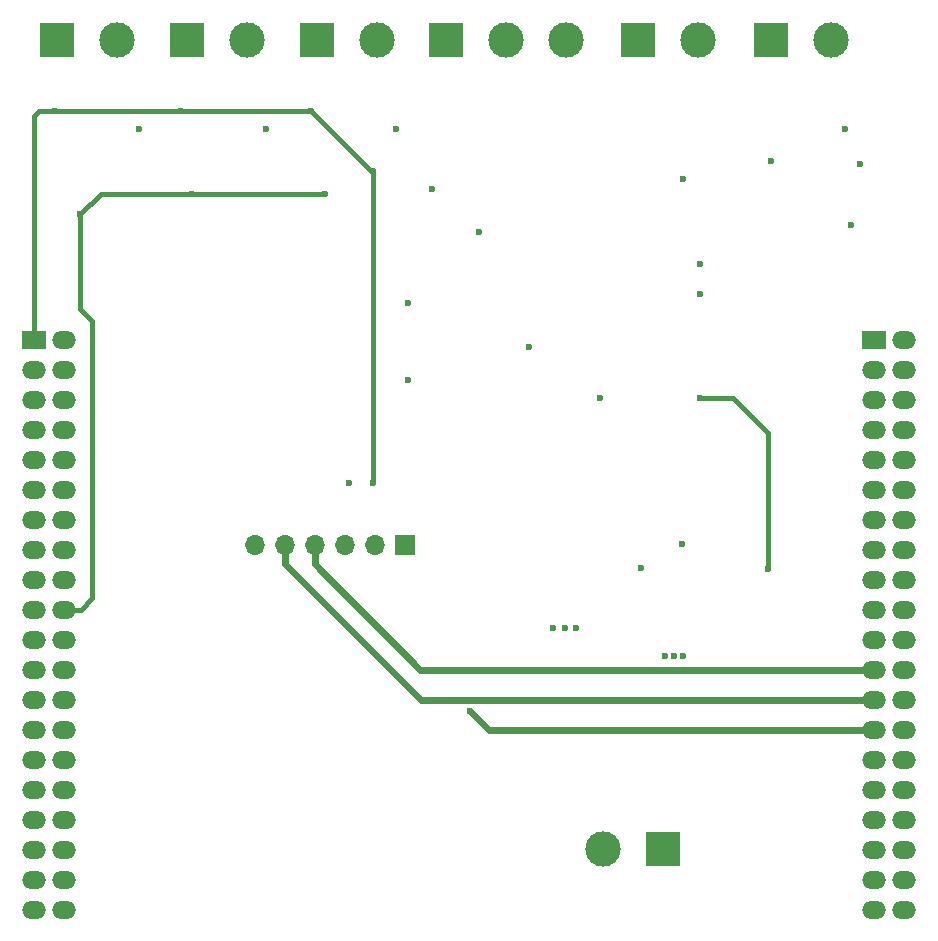
<source format=gbl>
G04 #@! TF.GenerationSoftware,KiCad,Pcbnew,(6.0.1)*
G04 #@! TF.CreationDate,2022-01-24T21:39:17-03:00*
G04 #@! TF.ProjectId,ice-adq,6963652d-6164-4712-9e6b-696361645f70,1.0*
G04 #@! TF.SameCoordinates,Original*
G04 #@! TF.FileFunction,Copper,L4,Bot*
G04 #@! TF.FilePolarity,Positive*
%FSLAX46Y46*%
G04 Gerber Fmt 4.6, Leading zero omitted, Abs format (unit mm)*
G04 Created by KiCad (PCBNEW (6.0.1)) date 2022-01-24 21:39:17*
%MOMM*%
%LPD*%
G01*
G04 APERTURE LIST*
G04 #@! TA.AperFunction,ComponentPad*
%ADD10R,2.000000X1.524000*%
G04 #@! TD*
G04 #@! TA.AperFunction,ComponentPad*
%ADD11O,2.000000X1.524000*%
G04 #@! TD*
G04 #@! TA.AperFunction,ComponentPad*
%ADD12R,3.000000X3.000000*%
G04 #@! TD*
G04 #@! TA.AperFunction,ComponentPad*
%ADD13C,3.000000*%
G04 #@! TD*
G04 #@! TA.AperFunction,ComponentPad*
%ADD14R,1.700000X1.700000*%
G04 #@! TD*
G04 #@! TA.AperFunction,ComponentPad*
%ADD15O,1.700000X1.700000*%
G04 #@! TD*
G04 #@! TA.AperFunction,ViaPad*
%ADD16C,0.600000*%
G04 #@! TD*
G04 #@! TA.AperFunction,Conductor*
%ADD17C,0.600000*%
G04 #@! TD*
G04 #@! TA.AperFunction,Conductor*
%ADD18C,0.381000*%
G04 #@! TD*
G04 APERTURE END LIST*
D10*
X141715001Y-138095001D03*
D11*
X144255001Y-138095001D03*
X141715001Y-150795001D03*
X144255001Y-140635001D03*
X141715001Y-153335001D03*
X144255001Y-143175001D03*
X141715001Y-155875001D03*
X144255001Y-145715001D03*
X141715001Y-158415001D03*
X144255001Y-148255001D03*
X141715001Y-160955001D03*
X144255001Y-150795001D03*
X141715001Y-163495001D03*
X144255001Y-153335001D03*
X141715001Y-166035001D03*
X144255001Y-155875001D03*
X141715001Y-168575001D03*
X144255001Y-158415001D03*
X141715001Y-171115001D03*
X144255001Y-160955001D03*
X141715001Y-173655001D03*
X144255001Y-163495001D03*
X141715001Y-176195001D03*
X144255001Y-166035001D03*
X144255001Y-168575001D03*
X141715001Y-178735001D03*
X144255001Y-171115001D03*
X144255001Y-176195001D03*
X144255001Y-178735001D03*
X144255001Y-181275001D03*
X144255001Y-183815001D03*
X141715001Y-181275001D03*
X141715001Y-183815001D03*
X141715001Y-140635001D03*
X141715001Y-143175001D03*
X141715001Y-145715001D03*
X141715001Y-148255001D03*
X141715001Y-186355001D03*
X144255001Y-186355001D03*
X144255001Y-173655001D03*
D10*
X70595001Y-138095001D03*
D11*
X73135001Y-138095001D03*
X70595001Y-140635001D03*
X73135001Y-140635001D03*
X70595001Y-143175001D03*
X73135001Y-143175001D03*
X70595001Y-145715001D03*
X73135001Y-145715001D03*
X70595001Y-148255001D03*
X73135001Y-148255001D03*
X70595001Y-150795001D03*
X73135001Y-150795001D03*
X70595001Y-153335001D03*
X73135001Y-153335001D03*
X70595001Y-155875001D03*
X73135001Y-155875001D03*
X70595001Y-158415001D03*
X73135001Y-158415001D03*
X70595001Y-160955001D03*
X73135001Y-160955001D03*
X70595001Y-163495001D03*
X73135001Y-163495001D03*
X70595001Y-166035001D03*
X73135001Y-166035001D03*
X70595001Y-168575001D03*
X73135001Y-168575001D03*
X70595001Y-171115001D03*
X73135001Y-171115001D03*
X70595001Y-173655001D03*
X73135001Y-173655001D03*
X70595001Y-176195001D03*
X73135001Y-176195001D03*
X70595001Y-178735001D03*
X73135001Y-178735001D03*
X70595001Y-181275001D03*
X73135001Y-181275001D03*
X70595001Y-183815001D03*
X73135001Y-183815001D03*
X70595001Y-186355001D03*
X73135001Y-186355001D03*
D12*
X94500000Y-112753661D03*
D13*
X99580000Y-112753661D03*
X88580000Y-112753661D03*
D12*
X83500000Y-112753661D03*
D13*
X77580000Y-112750000D03*
D12*
X72500000Y-112750000D03*
X121750000Y-112750000D03*
D13*
X126830000Y-112750000D03*
D12*
X105503722Y-112750000D03*
D13*
X110583722Y-112750000D03*
X115663722Y-112750000D03*
X138080000Y-112750000D03*
D12*
X133000000Y-112750000D03*
X123800000Y-181200000D03*
D13*
X118720000Y-181200000D03*
D14*
X102000000Y-155500000D03*
D15*
X99460000Y-155500000D03*
X96920000Y-155500000D03*
X94380000Y-155500000D03*
X91840000Y-155500000D03*
X89300000Y-155500000D03*
D16*
X132750000Y-157500000D03*
X108250000Y-129000000D03*
X102250000Y-141500000D03*
X127000000Y-134250000D03*
X139750000Y-128430894D03*
X139250000Y-120250000D03*
X122000000Y-157400000D03*
X104250000Y-125340894D03*
X112500000Y-138750000D03*
X127000000Y-131710000D03*
X102250000Y-135000000D03*
X133000000Y-123000000D03*
X140500000Y-123250000D03*
X79500000Y-120250000D03*
X90250000Y-120303661D03*
X101250000Y-120303661D03*
X125500000Y-124500000D03*
X125475000Y-155400000D03*
X118500000Y-143000000D03*
X97250000Y-150250000D03*
X124750000Y-164850000D03*
X125500000Y-164850000D03*
X124000000Y-164850000D03*
X115500000Y-162500000D03*
X114500000Y-162500000D03*
X116500000Y-162500000D03*
X72361208Y-118750000D03*
X83000000Y-118750000D03*
X94000000Y-118750000D03*
X99275000Y-150250000D03*
X127000000Y-143000000D03*
X74500000Y-127500000D03*
X84000000Y-125750000D03*
X95250000Y-125750000D03*
X107500000Y-169500000D03*
D17*
X94380000Y-157130000D02*
X94380000Y-155500000D01*
X141715001Y-166035001D02*
X103285001Y-166035001D01*
X103285001Y-166035001D02*
X94380000Y-157130000D01*
X91840000Y-157090000D02*
X91840000Y-155500000D01*
X103325001Y-168575001D02*
X91840000Y-157090000D01*
X141715001Y-168575001D02*
X103325001Y-168575001D01*
X141715001Y-171115001D02*
X109115001Y-171115001D01*
X109115001Y-171115001D02*
X107500000Y-169500000D01*
D18*
X71000000Y-118750000D02*
X70595001Y-119154999D01*
X70595001Y-119154999D02*
X70595001Y-138095001D01*
X72361208Y-118750000D02*
X71000000Y-118750000D01*
X83000000Y-118750000D02*
X72361208Y-118750000D01*
X94000000Y-118750000D02*
X83000000Y-118750000D01*
X99275000Y-123775000D02*
X99275000Y-150250000D01*
X94000000Y-118750000D02*
X99275000Y-124025000D01*
X127424264Y-143000000D02*
X127000000Y-143000000D01*
X129750000Y-143000000D02*
X127424264Y-143000000D01*
X132750000Y-157500000D02*
X132750000Y-146000000D01*
X132750000Y-146000000D02*
X129750000Y-143000000D01*
X74500000Y-135500000D02*
X75500000Y-136500000D01*
X74500000Y-127500000D02*
X74500000Y-135500000D01*
X75500000Y-136500000D02*
X75500000Y-160000000D01*
X75500000Y-160000000D02*
X74544999Y-160955001D01*
X74544999Y-160955001D02*
X73135001Y-160955001D01*
X84000000Y-125750000D02*
X76250000Y-125750000D01*
X76250000Y-125750000D02*
X74500000Y-127500000D01*
X95250000Y-125750000D02*
X94825736Y-125750000D01*
X94825736Y-125750000D02*
X84000000Y-125750000D01*
M02*

</source>
